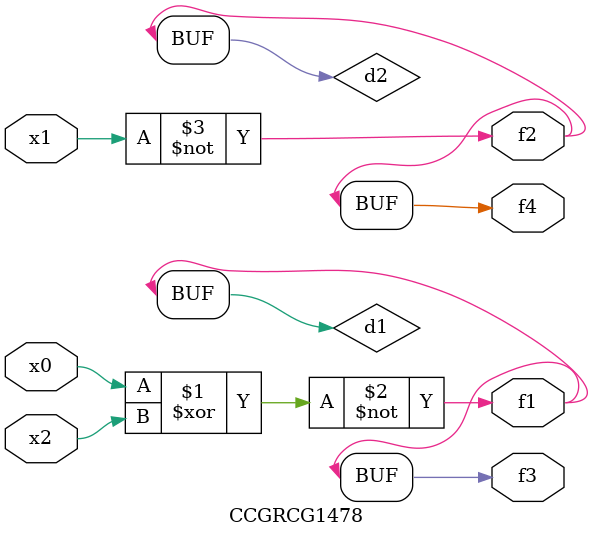
<source format=v>
module CCGRCG1478(
	input x0, x1, x2,
	output f1, f2, f3, f4
);

	wire d1, d2, d3;

	xnor (d1, x0, x2);
	nand (d2, x1);
	nor (d3, x1, x2);
	assign f1 = d1;
	assign f2 = d2;
	assign f3 = d1;
	assign f4 = d2;
endmodule

</source>
